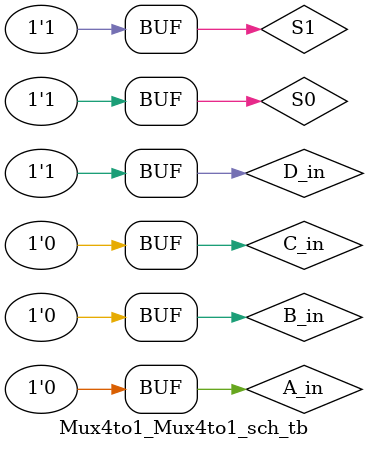
<source format=v>

`timescale 1ns / 1ps

module Mux4to1_Mux4to1_sch_tb();

// Inputs
   reg A_in;
   reg B_in;
   reg C_in;
   reg D_in;
   reg S0;
   reg S1;

// Output
   wire Mux_out;

// Bidirs

// Instantiate the UUT
   Mux4to1 UUT (
		.A_in(A_in), 
		.B_in(B_in), 
		.C_in(C_in), 
		.D_in(D_in), 
		.S0(S0), 
		.S1(S1), 
		.Mux_out(Mux_out)
   );
// Initialize Inputs
   initial begin
		A_in = 0;
		B_in = 0;
		C_in = 0;
		D_in = 0;
		S0 = 0;
		S1 = 0;
		
		#100;		
		A_in=1;
		S0 = 0;
		S1 = 0;
		
		#100;
		A_in = 0;
		B_in = 0;
		C_in = 0;
		D_in = 0;
		
		#100;
		B_in=1;
		S1 = 0;		
		S0 = 1;
		
		#100;
		A_in = 0;
		B_in = 0;
		C_in = 0;
		D_in = 0;
				
		#100;
		C_in=1;
		S1 = 1;		
		S0 = 0;		
		
		#100;
		A_in = 0;
		B_in = 0;
		C_in = 0;
		D_in = 0;
		
		#100;
		D_in=1;
		S0 = 1;
		S1 = 1;
   end
endmodule

</source>
